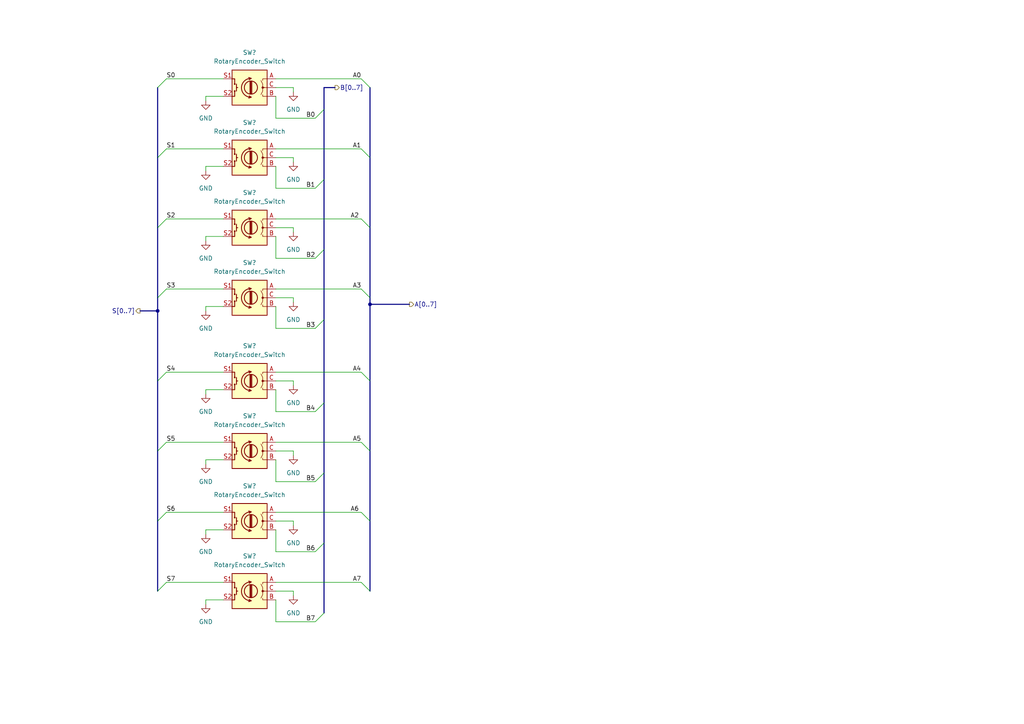
<source format=kicad_sch>
(kicad_sch (version 20211123) (generator eeschema)
  (paper "A4")
  (lib_symbols
    (symbol "Device:RotaryEncoder_Switch" (pin_names (offset 0.254) hide)
      (property "Reference" "SW" (at 0 6.604 0))
      (property "Value" "RotaryEncoder_Switch" (at 0 -6.604 0))
      (symbol "RotaryEncoder_Switch_0_1"
        (rectangle (start -5.08 5.08) (end 5.08 -5.08) (stroke (width 0.254)) (fill (type background)))
        (circle (center -3.81 0) (radius 0.254) (fill (type outline)))
        (arc (start -0.381 -2.794) (mid 2.3622 -0.0508) (end -0.381 2.667) (stroke (width 0.254)))
        (circle (center -0.381 0) (radius 1.905) (stroke (width 0.254)))
        (polyline (pts (xy -0.635 -1.778) (xy -0.635 1.778)) (stroke (width 0.254)))
        (polyline (pts (xy -0.381 -1.778) (xy -0.381 1.778)) (stroke (width 0.254)))
        (polyline (pts (xy -0.127 1.778) (xy -0.127 -1.778)) (stroke (width 0.254)))
        (polyline (pts (xy 3.81 0) (xy 3.429 0)) (stroke (width 0.254)))
        (polyline (pts (xy 3.81 1.016) (xy 3.81 -1.016)) (stroke (width 0.254)))
        (polyline (pts (xy -5.08 -2.54) (xy -3.81 -2.54) (xy -3.81 -2.032)))
        (polyline (pts (xy -5.08 2.54) (xy -3.81 2.54) (xy -3.81 2.032)))
        (polyline (pts (xy 0.254 -3.048) (xy -0.508 -2.794) (xy 0.127 -2.413)) (stroke (width 0.254)))
        (polyline (pts (xy 0.254 2.921) (xy -0.508 2.667) (xy 0.127 2.286)) (stroke (width 0.254)))
        (polyline (pts (xy 5.08 -2.54) (xy 4.318 -2.54) (xy 4.318 -1.016)) (stroke (width 0.254)))
        (polyline (pts (xy 5.08 2.54) (xy 4.318 2.54) (xy 4.318 1.016)) (stroke (width 0.254)))
        (polyline (pts (xy -5.08 0) (xy -3.81 0) (xy -3.81 -1.016) (xy -3.302 -2.032)))
        (polyline (pts (xy -4.318 0) (xy -3.81 0) (xy -3.81 1.016) (xy -3.302 2.032)))
        (circle (center 4.318 -1.016) (radius 0.127) (stroke (width 0.254)))
        (circle (center 4.318 1.016) (radius 0.127) (stroke (width 0.254)))
      )
      (symbol "RotaryEncoder_Switch_1_1"
        (pin passive line (at -7.62 2.54 0) (length 2.54) (name "A") (number "A"))
        (pin passive line (at -7.62 -2.54 0) (length 2.54) (name "B") (number "B"))
        (pin passive line (at -7.62 0 0) (length 2.54) (name "C") (number "C"))
        (pin passive line (at 7.62 2.54 180) (length 2.54) (name "S1") (number "S1"))
        (pin passive line (at 7.62 -2.54 180) (length 2.54) (name "S2") (number "S2"))
      )
    )
    (symbol "power:GND" (power) (pin_names (offset 0))
      (property "Value" "GND" (at 0 -3.81 0))
      (symbol "GND_0_1"
        (polyline (pts (xy 0 0) (xy 0 -1.27) (xy 1.27 -1.27) (xy 0 -2.54) (xy -1.27 -1.27) (xy 0 -1.27)))
      )
      (symbol "GND_1_1"
        (pin power_in line (at 0 0 270) (length 0) hide (name "GND") (number "1"))
      )
    )
  )
  (junction (at 107.315 88.265))
  (junction (at 45.72 90.17))
  (bus_entry (at 48.26 43.18) (size -2.54 2.54))
  (bus_entry (at 45.72 86.36) (size 2.54 -2.54))
  (bus_entry (at 48.26 107.95) (size -2.54 2.54))
  (bus_entry (at 104.775 128.27) (size 2.54 2.54))
  (bus_entry (at 48.26 148.59) (size -2.54 2.54))
  (bus_entry (at 93.98 177.8) (size -2.54 2.54))
  (bus_entry (at 104.775 107.95) (size 2.54 2.54))
  (bus_entry (at 91.44 160.02) (size 2.54 -2.54))
  (bus_entry (at 48.26 128.27) (size -2.54 2.54))
  (bus_entry (at 91.44 54.61) (size 2.54 -2.54))
  (bus_entry (at 104.775 63.5) (size 2.54 2.54))
  (bus_entry (at 91.44 74.93) (size 2.54 -2.54))
  (bus_entry (at 91.44 119.38) (size 2.54 -2.54))
  (bus_entry (at 45.72 171.45) (size 2.54 -2.54))
  (bus_entry (at 91.44 139.7) (size 2.54 -2.54))
  (bus_entry (at 93.98 92.71) (size -2.54 2.54))
  (bus_entry (at 104.775 22.86) (size 2.54 2.54))
  (bus_entry (at 91.44 34.29) (size 2.54 -2.54))
  (bus_entry (at 104.775 43.18) (size 2.54 2.54))
  (bus_entry (at 104.775 83.82) (size 2.54 2.54))
  (bus_entry (at 104.775 148.59) (size 2.54 2.54))
  (bus_entry (at 104.775 168.91) (size 2.54 2.54))
  (bus_entry (at 48.26 63.5) (size -2.54 2.54))
  (bus_entry (at 48.26 22.86) (size -2.54 2.54))
  (bus (pts (xy 93.98 116.84) (xy 93.98 137.16)))
  (wire (pts (xy 80.01 160.02) (xy 80.01 153.67)))
  (bus (pts (xy 93.98 137.16) (xy 93.98 157.48)))
  (bus (pts (xy 93.98 157.48) (xy 93.98 177.8)))
  (bus (pts (xy 45.72 90.17) (xy 40.64 90.17)))
  (wire (pts (xy 85.09 130.81) (xy 85.09 132.08)))
  (bus (pts (xy 107.315 66.04) (xy 107.315 86.36)))
  (bus (pts (xy 93.98 52.07) (xy 93.98 72.39)))
  (wire (pts (xy 80.01 130.81) (xy 85.09 130.81)))
  (bus (pts (xy 107.315 86.36) (xy 107.315 88.265)))
  (wire (pts (xy 59.69 113.03) (xy 59.69 114.3)))
  (wire (pts (xy 80.01 139.7) (xy 80.01 133.35)))
  (wire (pts (xy 80.01 54.61) (xy 80.01 48.26)))
  (wire (pts (xy 59.69 69.85) (xy 59.69 68.58)))
  (wire (pts (xy 80.01 74.93) (xy 80.01 68.58)))
  (wire (pts (xy 48.26 43.18) (xy 64.77 43.18)))
  (wire (pts (xy 80.01 54.61) (xy 91.44 54.61)))
  (wire (pts (xy 80.01 110.49) (xy 85.09 110.49)))
  (wire (pts (xy 80.01 88.9) (xy 80.01 95.25)))
  (wire (pts (xy 80.01 180.34) (xy 91.44 180.34)))
  (bus (pts (xy 97.155 25.4) (xy 93.98 25.4)))
  (wire (pts (xy 85.09 67.31) (xy 85.09 66.04)))
  (wire (pts (xy 80.01 119.38) (xy 80.01 113.03)))
  (wire (pts (xy 85.09 66.04) (xy 80.01 66.04)))
  (wire (pts (xy 80.01 34.29) (xy 80.01 27.94)))
  (wire (pts (xy 48.26 22.86) (xy 64.77 22.86)))
  (bus (pts (xy 107.315 88.265) (xy 107.315 110.49)))
  (wire (pts (xy 85.09 86.36) (xy 80.01 86.36)))
  (bus (pts (xy 45.72 151.13) (xy 45.72 171.45)))
  (wire (pts (xy 85.09 87.63) (xy 85.09 86.36)))
  (wire (pts (xy 85.09 152.4) (xy 85.09 151.13)))
  (wire (pts (xy 80.01 22.86) (xy 104.775 22.86)))
  (wire (pts (xy 59.69 68.58) (xy 64.77 68.58)))
  (bus (pts (xy 45.72 110.49) (xy 45.72 130.81)))
  (wire (pts (xy 85.09 110.49) (xy 85.09 111.76)))
  (wire (pts (xy 80.01 180.34) (xy 80.01 173.99)))
  (bus (pts (xy 93.98 92.71) (xy 93.98 116.84)))
  (bus (pts (xy 107.315 25.4) (xy 107.315 45.72)))
  (wire (pts (xy 48.26 168.91) (xy 64.77 168.91)))
  (wire (pts (xy 48.26 148.59) (xy 64.77 148.59)))
  (wire (pts (xy 59.69 173.99) (xy 64.77 173.99)))
  (wire (pts (xy 80.01 34.29) (xy 91.44 34.29)))
  (wire (pts (xy 59.69 133.35) (xy 59.69 134.62)))
  (bus (pts (xy 107.315 130.81) (xy 107.315 151.13)))
  (wire (pts (xy 80.01 128.27) (xy 104.775 128.27)))
  (bus (pts (xy 93.98 72.39) (xy 93.98 92.71)))
  (bus (pts (xy 45.72 45.72) (xy 45.72 66.04)))
  (wire (pts (xy 48.26 83.82) (xy 64.77 83.82)))
  (bus (pts (xy 45.72 86.36) (xy 45.72 90.17)))
  (wire (pts (xy 64.77 133.35) (xy 59.69 133.35)))
  (bus (pts (xy 107.315 45.72) (xy 107.315 66.04)))
  (bus (pts (xy 45.72 25.4) (xy 45.72 45.72)))
  (wire (pts (xy 64.77 27.94) (xy 59.69 27.94)))
  (wire (pts (xy 59.69 88.9) (xy 64.77 88.9)))
  (wire (pts (xy 80.01 63.5) (xy 104.775 63.5)))
  (wire (pts (xy 80.01 139.7) (xy 91.44 139.7)))
  (bus (pts (xy 107.315 151.13) (xy 107.315 171.45)))
  (bus (pts (xy 107.315 110.49) (xy 107.315 130.81)))
  (bus (pts (xy 45.72 90.17) (xy 45.72 110.49)))
  (wire (pts (xy 59.69 153.67) (xy 64.77 153.67)))
  (wire (pts (xy 80.01 107.95) (xy 104.775 107.95)))
  (bus (pts (xy 45.72 130.81) (xy 45.72 151.13)))
  (wire (pts (xy 85.09 25.4) (xy 85.09 26.67)))
  (wire (pts (xy 59.69 48.26) (xy 59.69 49.53)))
  (wire (pts (xy 80.01 168.91) (xy 104.775 168.91)))
  (wire (pts (xy 85.09 151.13) (xy 80.01 151.13)))
  (wire (pts (xy 80.01 43.18) (xy 104.775 43.18)))
  (wire (pts (xy 48.26 128.27) (xy 64.77 128.27)))
  (wire (pts (xy 85.09 172.72) (xy 85.09 171.45)))
  (wire (pts (xy 80.01 45.72) (xy 85.09 45.72)))
  (wire (pts (xy 85.09 45.72) (xy 85.09 46.99)))
  (bus (pts (xy 45.72 66.04) (xy 45.72 86.36)))
  (wire (pts (xy 80.01 95.25) (xy 91.44 95.25)))
  (wire (pts (xy 59.69 154.94) (xy 59.69 153.67)))
  (wire (pts (xy 80.01 25.4) (xy 85.09 25.4)))
  (wire (pts (xy 64.77 113.03) (xy 59.69 113.03)))
  (wire (pts (xy 80.01 160.02) (xy 91.44 160.02)))
  (wire (pts (xy 85.09 171.45) (xy 80.01 171.45)))
  (bus (pts (xy 107.315 88.265) (xy 118.745 88.265)))
  (wire (pts (xy 48.26 63.5) (xy 64.77 63.5)))
  (bus (pts (xy 93.98 25.4) (xy 93.98 31.75)))
  (wire (pts (xy 80.01 83.82) (xy 104.775 83.82)))
  (wire (pts (xy 64.77 48.26) (xy 59.69 48.26)))
  (wire (pts (xy 80.01 119.38) (xy 91.44 119.38)))
  (wire (pts (xy 59.69 27.94) (xy 59.69 29.21)))
  (wire (pts (xy 59.69 175.26) (xy 59.69 173.99)))
  (wire (pts (xy 80.01 74.93) (xy 91.44 74.93)))
  (bus (pts (xy 93.98 31.75) (xy 93.98 52.07)))
  (wire (pts (xy 80.01 148.59) (xy 104.775 148.59)))
  (wire (pts (xy 59.69 90.17) (xy 59.69 88.9)))
  (wire (pts (xy 48.26 107.95) (xy 64.77 107.95)))
  (label "S0" (at 48.26 22.86 0))
  (label "B7" (at 91.44 180.34 180))
  (label "A5" (at 104.775 128.27 180))
  (label "A0" (at 104.775 22.86 180))
  (label "B5" (at 91.44 139.7 180))
  (label "A4" (at 104.775 107.95 180))
  (label "A7" (at 104.775 168.91 180))
  (label "S6" (at 48.26 148.59 0))
  (label "S5" (at 48.26 128.27 0))
  (label "B6" (at 91.44 160.02 180))
  (label "B3" (at 91.44 95.25 180))
  (label "S1" (at 48.26 43.18 0))
  (label "S7" (at 48.26 168.91 0))
  (label "B0" (at 91.44 34.29 180))
  (label "B1" (at 91.44 54.61 180))
  (label "B4" (at 91.44 119.38 180))
  (label "A1" (at 104.775 43.18 180))
  (label "S4" (at 48.26 107.95 0))
  (label "S3" (at 48.26 83.82 0))
  (label "A3" (at 104.775 83.82 180))
  (label "S2" (at 48.26 63.5 0))
  (label "B2" (at 91.44 74.93 180))
  (label "A2" (at 104.14 63.5 180))
  (label "A6" (at 104.14 148.59 180))
  (hierarchical_label "B[0..7]" (shape output) (at 97.155 25.4 0))
  (hierarchical_label "S[0..7]" (shape output) (at 40.64 90.17 180))
  (hierarchical_label "A[0..7]" (shape output) (at 118.745 88.265 0))
  (symbol (lib_id "power:GND") (at 59.69 175.26 0) (unit 1)
    (property "Reference" "#PWR?" (effects hide))
    (property "Value" "GND" (at 59.69 180.34 0))
  )
  (symbol (lib_id "Device:RotaryEncoder_Switch") (at 72.39 66.04 0) (mirror y) (unit 1)
    (property "Reference" "SW?" (at 72.39 55.88 0))
    (property "Value" "RotaryEncoder_Switch" (at 72.39 58.42 0))
  )
  (symbol (lib_id "power:GND") (at 59.69 154.94 0) (unit 1)
    (property "Reference" "#PWR?" (effects hide))
    (property "Value" "GND" (at 59.69 160.02 0))
  )
  (symbol (lib_id "power:GND") (at 85.09 87.63 0) (mirror y) (unit 1)
    (property "Reference" "#PWR?" (effects hide))
    (property "Value" "GND" (at 85.09 92.71 0))
  )
  (symbol (lib_id "Device:RotaryEncoder_Switch") (at 72.39 110.49 0) (mirror y) (unit 1)
    (property "Reference" "SW?" (at 72.39 100.33 0))
    (property "Value" "RotaryEncoder_Switch" (at 72.39 102.87 0))
  )
  (symbol (lib_id "Device:RotaryEncoder_Switch") (at 72.39 45.72 0) (mirror y) (unit 1)
    (property "Reference" "SW?" (at 72.39 35.56 0))
    (property "Value" "RotaryEncoder_Switch" (at 72.39 38.1 0))
  )
  (symbol (lib_id "power:GND") (at 59.69 69.85 0) (unit 1)
    (property "Reference" "#PWR?" (effects hide))
    (property "Value" "GND" (at 59.69 74.93 0))
  )
  (symbol (lib_id "power:GND") (at 59.69 49.53 0) (unit 1)
    (property "Reference" "#PWR?" (effects hide))
    (property "Value" "GND" (at 59.69 54.61 0))
  )
  (symbol (lib_id "Device:RotaryEncoder_Switch") (at 72.39 25.4 0) (mirror y) (unit 1)
    (property "Reference" "SW?" (at 72.39 15.24 0))
    (property "Value" "RotaryEncoder_Switch" (at 72.39 17.78 0))
  )
  (symbol (lib_id "Device:RotaryEncoder_Switch") (at 72.39 86.36 0) (mirror y) (unit 1)
    (property "Reference" "SW?" (at 72.39 76.2 0))
    (property "Value" "RotaryEncoder_Switch" (at 72.39 78.74 0))
  )
  (symbol (lib_id "power:GND") (at 59.69 90.17 0) (unit 1)
    (property "Reference" "#PWR?" (effects hide))
    (property "Value" "GND" (at 59.69 95.25 0))
  )
  (symbol (lib_id "power:GND") (at 85.09 46.99 0) (mirror y) (unit 1)
    (property "Reference" "#PWR?" (effects hide))
    (property "Value" "GND" (at 85.09 52.07 0))
  )
  (symbol (lib_id "power:GND") (at 59.69 29.21 0) (unit 1)
    (property "Reference" "#PWR?" (effects hide))
    (property "Value" "GND" (at 59.69 34.29 0))
  )
  (symbol (lib_id "power:GND") (at 59.69 114.3 0) (unit 1)
    (property "Reference" "#PWR?" (effects hide))
    (property "Value" "GND" (at 59.69 119.38 0))
  )
  (symbol (lib_id "Device:RotaryEncoder_Switch") (at 72.39 171.45 0) (mirror y) (unit 1)
    (property "Reference" "SW?" (at 72.39 161.29 0))
    (property "Value" "RotaryEncoder_Switch" (at 72.39 163.83 0))
  )
  (symbol (lib_id "power:GND") (at 59.69 134.62 0) (unit 1)
    (property "Reference" "#PWR?" (effects hide))
    (property "Value" "GND" (at 59.69 139.7 0))
  )
  (symbol (lib_id "power:GND") (at 85.09 152.4 0) (mirror y) (unit 1)
    (property "Reference" "#PWR?" (effects hide))
    (property "Value" "GND" (at 85.09 157.48 0))
  )
  (symbol (lib_id "power:GND") (at 85.09 67.31 0) (mirror y) (unit 1)
    (property "Reference" "#PWR?" (effects hide))
    (property "Value" "GND" (at 85.09 72.39 0))
  )
  (symbol (lib_id "power:GND") (at 85.09 26.67 0) (mirror y) (unit 1)
    (property "Reference" "#PWR?" (effects hide))
    (property "Value" "GND" (at 85.09 31.75 0))
  )
  (symbol (lib_id "Device:RotaryEncoder_Switch") (at 72.39 130.81 0) (mirror y) (unit 1)
    (property "Reference" "SW?" (at 72.39 120.65 0))
    (property "Value" "RotaryEncoder_Switch" (at 72.39 123.19 0))
  )
  (symbol (lib_id "power:GND") (at 85.09 172.72 0) (mirror y) (unit 1)
    (property "Reference" "#PWR?" (effects hide))
    (property "Value" "GND" (at 85.09 177.8 0))
  )
  (symbol (lib_id "power:GND") (at 85.09 111.76 0) (mirror y) (unit 1)
    (property "Reference" "#PWR?" (effects hide))
    (property "Value" "GND" (at 85.09 116.84 0))
  )
  (symbol (lib_id "Device:RotaryEncoder_Switch") (at 72.39 151.13 0) (mirror y) (unit 1)
    (property "Reference" "SW?" (at 72.39 140.97 0))
    (property "Value" "RotaryEncoder_Switch" (at 72.39 143.51 0))
  )
  (symbol (lib_id "power:GND") (at 85.09 132.08 0) (mirror y) (unit 1)
    (property "Reference" "#PWR?" (effects hide))
    (property "Value" "GND" (at 85.09 137.16 0))
  )
)
</source>
